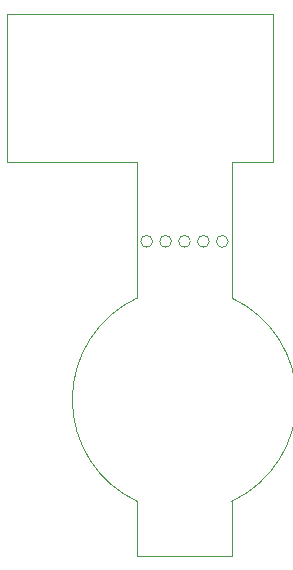
<source format=gbr>
%TF.GenerationSoftware,KiCad,Pcbnew,8.0.5-8.0.5-0~ubuntu20.04.1*%
%TF.CreationDate,2025-01-20T10:50:11+00:00*%
%TF.ProjectId,servo,73657276-6f2e-46b6-9963-61645f706362,rev?*%
%TF.SameCoordinates,Original*%
%TF.FileFunction,Profile,NP*%
%FSLAX46Y46*%
G04 Gerber Fmt 4.6, Leading zero omitted, Abs format (unit mm)*
G04 Created by KiCad (PCBNEW 8.0.5-8.0.5-0~ubuntu20.04.1) date 2025-01-20 10:50:11*
%MOMM*%
%LPD*%
G01*
G04 APERTURE LIST*
%TA.AperFunction,Profile*%
%ADD10C,0.050000*%
%TD*%
G04 APERTURE END LIST*
D10*
X35000000Y-29850000D02*
X46000000Y-29850000D01*
X46000000Y-63250000D02*
X46000000Y-58610000D01*
X47300000Y-36600000D02*
G75*
G02*
X46300000Y-36600000I-500000J0D01*
G01*
X46300000Y-36600000D02*
G75*
G02*
X47300000Y-36600000I500000J0D01*
G01*
X46000000Y-29850000D02*
X46000000Y-37000000D01*
X52100000Y-36600000D02*
G75*
G02*
X51100000Y-36600000I-500000J0D01*
G01*
X51100000Y-36600000D02*
G75*
G02*
X52100000Y-36600000I500000J0D01*
G01*
X50500000Y-36600000D02*
G75*
G02*
X49500000Y-36600000I-500000J0D01*
G01*
X49500000Y-36600000D02*
G75*
G02*
X50500000Y-36600000I500000J0D01*
G01*
X54000000Y-29850000D02*
X57500000Y-29850000D01*
X53700000Y-36600000D02*
G75*
G02*
X52700000Y-36600000I-500000J0D01*
G01*
X52700000Y-36600000D02*
G75*
G02*
X53700000Y-36600000I500000J0D01*
G01*
X48900000Y-36600000D02*
G75*
G02*
X47900000Y-36600000I-500000J0D01*
G01*
X47900000Y-36600000D02*
G75*
G02*
X48900000Y-36600000I500000J0D01*
G01*
X35000000Y-17350000D02*
X35000000Y-29850000D01*
X54000000Y-63250000D02*
X46000000Y-63250000D01*
X46000000Y-58609999D02*
G75*
G02*
X46000000Y-41390001I4000000J8609999D01*
G01*
X54000000Y-37000000D02*
X54000000Y-29850000D01*
X57500000Y-17350000D02*
X35000000Y-17350000D01*
X46000000Y-41390000D02*
X46000000Y-37000000D01*
X54000000Y-63250000D02*
X54000000Y-58610000D01*
X54000000Y-41390000D02*
X54000000Y-37000000D01*
X57500000Y-29850000D02*
X57500000Y-17350000D01*
X54000000Y-41390001D02*
G75*
G02*
X54000000Y-58609999I-4000000J-8609999D01*
G01*
M02*

</source>
